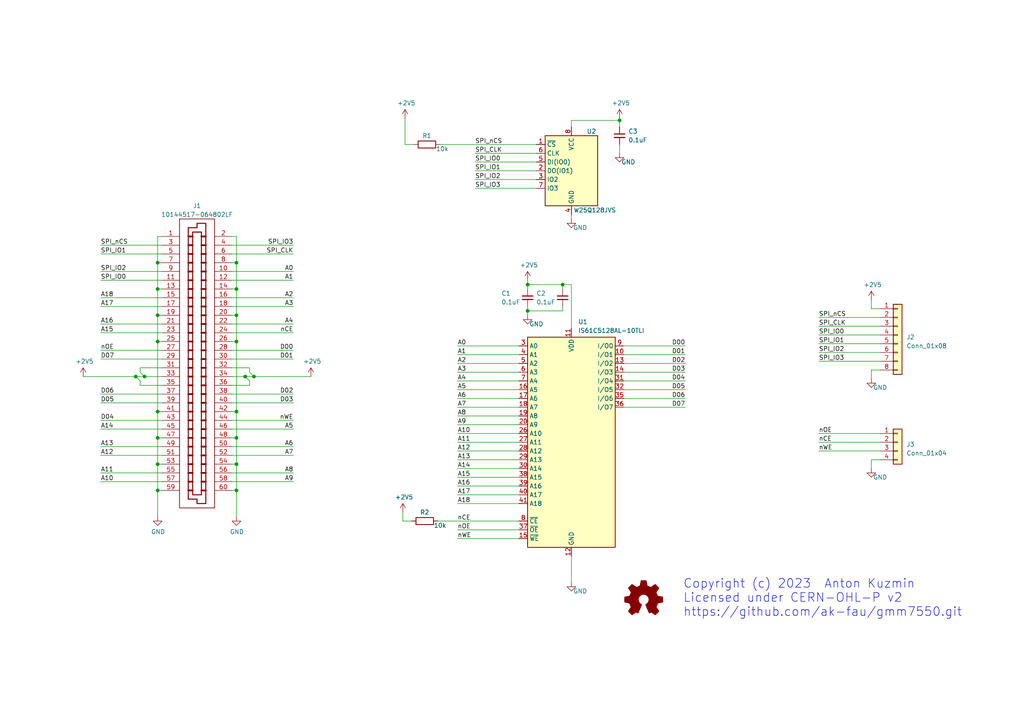
<source format=kicad_sch>
(kicad_sch (version 20230121) (generator eeschema)
  (paper "A4")
  (title_block (title "Memory (SRAM and SPI-NOR) board for GMM-7550") (date "2022-04-24") (rev "1.0"))
  (lib_symbols
    (symbol "Amphenol:10144517-061802LF" (pin_names (offset 0.762))
      (property "Reference" "J" (at -1.27 2.54 0))
      (property "Value" "10144517-061802LF" (at -2.54 0 0))
      (symbol "10144517-061802LF_0_0"
        (pin unspecified line (at -10.16 33.02 0) (length 5.08) (name "~") (number "1"))
        (pin unspecified line (at 10.16 22.86 180) (length 5.08) (name "~") (number "10"))
        (pin unspecified line (at -10.16 20.32 0) (length 5.08) (name "~") (number "11"))
        (pin unspecified line (at 10.16 20.32 180) (length 5.08) (name "~") (number "12"))
        (pin unspecified line (at -10.16 17.78 0) (length 5.08) (name "~") (number "13"))
        (pin unspecified line (at 10.16 17.78 180) (length 5.08) (name "~") (number "14"))
        (pin unspecified line (at -10.16 15.24 0) (length 5.08) (name "~") (number "15"))
        (pin unspecified line (at 10.16 15.24 180) (length 5.08) (name "~") (number "16"))
        (pin unspecified line (at -10.16 12.7 0) (length 5.08) (name "~") (number "17"))
        (pin unspecified line (at 10.16 12.7 180) (length 5.08) (name "~") (number "18"))
        (pin unspecified line (at -10.16 10.16 0) (length 5.08) (name "~") (number "19"))
        (pin unspecified line (at 10.16 33.02 180) (length 5.08) (name "~") (number "2"))
        (pin unspecified line (at 10.16 10.16 180) (length 5.08) (name "~") (number "20"))
        (pin unspecified line (at -10.16 7.62 0) (length 5.08) (name "~") (number "21"))
        (pin unspecified line (at 10.16 7.62 180) (length 5.08) (name "~") (number "22"))
        (pin unspecified line (at -10.16 5.08 0) (length 5.08) (name "~") (number "23"))
        (pin unspecified line (at 10.16 5.08 180) (length 5.08) (name "~") (number "24"))
        (pin unspecified line (at -10.16 2.54 0) (length 5.08) (name "~") (number "25"))
        (pin unspecified line (at 10.16 2.54 180) (length 5.08) (name "~") (number "26"))
        (pin unspecified line (at -10.16 0 0) (length 5.08) (name "~") (number "27"))
        (pin unspecified line (at 10.16 0 180) (length 5.08) (name "~") (number "28"))
        (pin unspecified line (at -10.16 -2.54 0) (length 5.08) (name "~") (number "29"))
        (pin unspecified line (at -10.16 30.48 0) (length 5.08) (name "~") (number "3"))
        (pin unspecified line (at 10.16 -2.54 180) (length 5.08) (name "~") (number "30"))
        (pin unspecified line (at -10.16 -5.08 0) (length 5.08) (name "~") (number "31"))
        (pin unspecified line (at 10.16 -5.08 180) (length 5.08) (name "~") (number "32"))
        (pin unspecified line (at -10.16 -7.62 0) (length 5.08) (name "~") (number "33"))
        (pin unspecified line (at 10.16 -7.62 180) (length 5.08) (name "~") (number "34"))
        (pin unspecified line (at -10.16 -10.16 0) (length 5.08) (name "~") (number "35"))
        (pin unspecified line (at 10.16 -10.16 180) (length 5.08) (name "~") (number "36"))
        (pin unspecified line (at -10.16 -12.7 0) (length 5.08) (name "~") (number "37"))
        (pin unspecified line (at 10.16 -12.7 180) (length 5.08) (name "~") (number "38"))
        (pin unspecified line (at -10.16 -15.24 0) (length 5.08) (name "~") (number "39"))
        (pin unspecified line (at 10.16 30.48 180) (length 5.08) (name "~") (number "4"))
        (pin unspecified line (at 10.16 -15.24 180) (length 5.08) (name "~") (number "40"))
        (pin unspecified line (at -10.16 -17.78 0) (length 5.08) (name "~") (number "41"))
        (pin unspecified line (at 10.16 -17.78 180) (length 5.08) (name "~") (number "42"))
        (pin unspecified line (at -10.16 -20.32 0) (length 5.08) (name "~") (number "43"))
        (pin unspecified line (at 10.16 -20.32 180) (length 5.08) (name "~") (number "44"))
        (pin unspecified line (at -10.16 -22.86 0) (length 5.08) (name "~") (number "45"))
        (pin unspecified line (at 10.16 -22.86 180) (length 5.08) (name "~") (number "46"))
        (pin unspecified line (at -10.16 -25.4 0) (length 5.08) (name "~") (number "47"))
        (pin unspecified line (at 10.16 -25.4 180) (length 5.08) (name "~") (number "48"))
        (pin unspecified line (at -10.16 -27.94 0) (length 5.08) (name "~") (number "49"))
        (pin unspecified line (at -10.16 27.94 0) (length 5.08) (name "~") (number "5"))
        (pin unspecified line (at 10.16 -27.94 180) (length 5.08) (name "~") (number "50"))
        (pin unspecified line (at -10.16 -30.48 0) (length 5.08) (name "~") (number "51"))
        (pin unspecified line (at 10.16 -30.48 180) (length 5.08) (name "~") (number "52"))
        (pin unspecified line (at -10.16 -33.02 0) (length 5.08) (name "~") (number "53"))
        (pin unspecified line (at 10.16 -33.02 180) (length 5.08) (name "~") (number "54"))
        (pin unspecified line (at -10.16 -35.56 0) (length 5.08) (name "~") (number "55"))
        (pin unspecified line (at 10.16 -35.56 180) (length 5.08) (name "~") (number "56"))
        (pin unspecified line (at -10.16 -38.1 0) (length 5.08) (name "~") (number "57"))
        (pin unspecified line (at 10.16 -38.1 180) (length 5.08) (name "~") (number "58"))
        (pin unspecified line (at -10.16 -40.64 0) (length 5.08) (name "~") (number "59"))
        (pin unspecified line (at 10.16 27.94 180) (length 5.08) (name "~") (number "6"))
        (pin unspecified line (at 10.16 -40.64 180) (length 5.08) (name "~") (number "60"))
        (pin unspecified line (at -10.16 25.4 0) (length 5.08) (name "~") (number "7"))
        (pin unspecified line (at 10.16 25.4 180) (length 5.08) (name "~") (number "8"))
        (pin unspecified line (at -10.16 22.86 0) (length 5.08) (name "~") (number "9"))
      )
      (symbol "10144517-061802LF_0_1"
        (rectangle (start -5.08 38.1) (end 5.08 -45.72) (stroke (width 0.2032)))
        (rectangle (start -1.27 34.29) (end 1.27 -41.91) (stroke (width 0.3048)))
        (polyline (pts (xy -2.54 10.16) (xy -1.27 10.16)) (stroke (width 0.508)))
        (polyline (pts (xy -2.54 12.7) (xy -1.27 12.7)) (stroke (width 0.508)))
        (polyline (pts (xy -2.54 15.24) (xy -1.27 15.24)) (stroke (width 0.508)))
        (polyline (pts (xy -2.54 17.78) (xy -1.27 17.78)) (stroke (width 0.508)))
        (polyline (pts (xy -2.54 20.32) (xy -1.27 20.32)) (stroke (width 0.508)))
        (polyline (pts (xy -2.54 22.86) (xy -1.27 22.86)) (stroke (width 0.508)))
        (polyline (pts (xy -2.54 25.4) (xy -1.27 25.4)) (stroke (width 0.508)))
        (polyline (pts (xy -2.54 27.94) (xy -1.27 27.94)) (stroke (width 0.508)))
        (polyline (pts (xy -2.54 30.48) (xy -1.27 30.48)) (stroke (width 0.508)))
        (polyline (pts (xy -2.54 33.02) (xy -1.27 33.02)) (stroke (width 0.508)))
        (polyline (pts (xy 1.27 10.16) (xy 2.54 10.16)) (stroke (width 0.508)))
        (polyline (pts (xy 1.27 12.7) (xy 2.54 12.7)) (stroke (width 0.508)))
        (polyline (pts (xy 1.27 15.24) (xy 2.54 15.24)) (stroke (width 0.508)))
        (polyline (pts (xy 1.27 17.78) (xy 2.54 17.78)) (stroke (width 0.508)))
        (polyline (pts (xy 1.27 20.32) (xy 2.54 20.32)) (stroke (width 0.508)))
        (polyline (pts (xy 1.27 22.86) (xy 2.54 22.86)) (stroke (width 0.508)))
        (polyline (pts (xy 1.27 25.4) (xy 2.54 25.4)) (stroke (width 0.508)))
        (polyline (pts (xy 1.27 27.94) (xy 2.54 27.94)) (stroke (width 0.508)))
        (polyline (pts (xy 1.27 30.48) (xy 2.54 30.48)) (stroke (width 0.508)))
        (polyline (pts (xy 1.27 33.02) (xy 2.54 33.02)) (stroke (width 0.508)))
        (polyline (pts (xy -2.54 35.56) (xy 0 35.56) (xy 0 36.83) (xy 2.54 36.83) (xy 2.54 -43.18) (xy 2.54 -44.45) (xy 0 -44.45) (xy 0 -43.18) (xy -2.54 -43.18) (xy -2.54 35.56)) (stroke (width 0.3048)))
      )
      (symbol "10144517-061802LF_1_1"
        (polyline (pts (xy -2.54 -40.64) (xy -1.27 -40.64)) (stroke (width 0.508)))
        (polyline (pts (xy -2.54 -38.1) (xy -1.27 -38.1)) (stroke (width 0.508)))
        (polyline (pts (xy -2.54 -35.56) (xy -1.27 -35.56)) (stroke (width 0.508)))
        (polyline (pts (xy -2.54 -33.02) (xy -1.27 -33.02)) (stroke (width 0.508)))
        (polyline (pts (xy -2.54 -30.48) (xy -1.27 -30.48)) (stroke (width 0.508)))
        (polyline (pts (xy -2.54 -27.94) (xy -1.27 -27.94)) (stroke (width 0.508)))
        (polyline (pts (xy -2.54 -25.4) (xy -1.27 -25.4)) (stroke (width 0.508)))
        (polyline (pts (xy -2.54 -22.86) (xy -1.27 -22.86)) (stroke (width 0.508)))
        (polyline (pts (xy -2.54 -20.32) (xy -1.27 -20.32)) (stroke (width 0.508)))
        (polyline (pts (xy -2.54 -17.78) (xy -1.27 -17.78)) (stroke (width 0.508)))
        (polyline (pts (xy -2.54 -15.24) (xy -1.27 -15.24)) (stroke (width 0.508)))
        (polyline (pts (xy -2.54 -12.7) (xy -1.27 -12.7)) (stroke (width 0.508)))
        (polyline (pts (xy -2.54 -10.16) (xy -1.27 -10.16)) (stroke (width 0.508)))
        (polyline (pts (xy -2.54 -7.62) (xy -1.27 -7.62)) (stroke (width 0.508)))
        (polyline (pts (xy -2.54 -5.08) (xy -1.27 -5.08)) (stroke (width 0.508)))
        (polyline (pts (xy -2.54 -2.54) (xy -1.27 -2.54)) (stroke (width 0.508)))
        (polyline (pts (xy -2.54 0) (xy -1.27 0)) (stroke (width 0.508)))
        (polyline (pts (xy -2.54 2.54) (xy -1.27 2.54)) (stroke (width 0.508)))
        (polyline (pts (xy -2.54 5.08) (xy -1.27 5.08)) (stroke (width 0.508)))
        (polyline (pts (xy -2.54 7.62) (xy -1.27 7.62)) (stroke (width 0.508)))
        (polyline (pts (xy 1.27 -40.64) (xy 2.54 -40.64)) (stroke (width 0.508)))
        (polyline (pts (xy 1.27 -38.1) (xy 2.54 -38.1)) (stroke (width 0.508)))
        (polyline (pts (xy 1.27 -35.56) (xy 2.54 -35.56)) (stroke (width 0.508)))
        (polyline (pts (xy 1.27 -33.02) (xy 2.54 -33.02)) (stroke (width 0.508)))
        (polyline (pts (xy 1.27 -30.48) (xy 2.54 -30.48)) (stroke (width 0.508)))
        (polyline (pts (xy 1.27 -27.94) (xy 2.54 -27.94)) (stroke (width 0.508)))
        (polyline (pts (xy 1.27 -25.4) (xy 2.54 -25.4)) (stroke (width 0.508)))
        (polyline (pts (xy 1.27 -22.86) (xy 2.54 -22.86)) (stroke (width 0.508)))
        (polyline (pts (xy 1.27 -20.32) (xy 2.54 -20.32)) (stroke (width 0.508)))
        (polyline (pts (xy 1.27 -17.78) (xy 2.54 -17.78)) (stroke (width 0.508)))
        (polyline (pts (xy 1.27 -15.24) (xy 2.54 -15.24)) (stroke (width 0.508)))
        (polyline (pts (xy 1.27 -12.7) (xy 2.54 -12.7)) (stroke (width 0.508)))
        (polyline (pts (xy 1.27 -10.16) (xy 2.54 -10.16)) (stroke (width 0.508)))
        (polyline (pts (xy 1.27 -7.62) (xy 2.54 -7.62)) (stroke (width 0.508)))
        (polyline (pts (xy 1.27 -5.08) (xy 2.54 -5.08)) (stroke (width 0.508)))
        (polyline (pts (xy 1.27 -2.54) (xy 2.54 -2.54)) (stroke (width 0.508)))
        (polyline (pts (xy 1.27 0) (xy 2.54 0)) (stroke (width 0.508)))
        (polyline (pts (xy 1.27 2.54) (xy 2.54 2.54)) (stroke (width 0.508)))
        (polyline (pts (xy 1.27 5.08) (xy 2.54 5.08)) (stroke (width 0.508)))
        (polyline (pts (xy 1.27 7.62) (xy 2.54 7.62)) (stroke (width 0.508)))
      )
    )
    (symbol "Connector_Generic:Conn_01x04" (pin_names (offset 1.016) hide)
      (property "Reference" "J" (at 0 5.08 0))
      (property "Value" "Conn_01x04" (at 0 -7.62 0))
      (symbol "Conn_01x04_1_1"
        (rectangle (start -1.27 -4.953) (end 0 -5.207) (stroke (width 0.1524)))
        (rectangle (start -1.27 -2.413) (end 0 -2.667) (stroke (width 0.1524)))
        (rectangle (start -1.27 0.127) (end 0 -0.127) (stroke (width 0.1524)))
        (rectangle (start -1.27 2.667) (end 0 2.413) (stroke (width 0.1524)))
        (rectangle (start -1.27 3.81) (end 1.27 -6.35) (stroke (width 0.254)) (fill (type background)))
        (pin passive line (at -5.08 2.54 0) (length 3.81) (name "Pin_1") (number "1"))
        (pin passive line (at -5.08 0 0) (length 3.81) (name "Pin_2") (number "2"))
        (pin passive line (at -5.08 -2.54 0) (length 3.81) (name "Pin_3") (number "3"))
        (pin passive line (at -5.08 -5.08 0) (length 3.81) (name "Pin_4") (number "4"))
      )
    )
    (symbol "Connector_Generic:Conn_01x08" (pin_names (offset 1.016) hide)
      (property "Reference" "J" (at 0 10.16 0))
      (property "Value" "Conn_01x08" (at 0 -12.7 0))
      (symbol "Conn_01x08_1_1"
        (rectangle (start -1.27 -10.033) (end 0 -10.287) (stroke (width 0.1524)))
        (rectangle (start -1.27 -7.493) (end 0 -7.747) (stroke (width 0.1524)))
        (rectangle (start -1.27 -4.953) (end 0 -5.207) (stroke (width 0.1524)))
        (rectangle (start -1.27 -2.413) (end 0 -2.667) (stroke (width 0.1524)))
        (rectangle (start -1.27 0.127) (end 0 -0.127) (stroke (width 0.1524)))
        (rectangle (start -1.27 2.667) (end 0 2.413) (stroke (width 0.1524)))
        (rectangle (start -1.27 5.207) (end 0 4.953) (stroke (width 0.1524)))
        (rectangle (start -1.27 7.747) (end 0 7.493) (stroke (width 0.1524)))
        (rectangle (start -1.27 8.89) (end 1.27 -11.43) (stroke (width 0.254)) (fill (type background)))
        (pin passive line (at -5.08 7.62 0) (length 3.81) (name "Pin_1") (number "1"))
        (pin passive line (at -5.08 5.08 0) (length 3.81) (name "Pin_2") (number "2"))
        (pin passive line (at -5.08 2.54 0) (length 3.81) (name "Pin_3") (number "3"))
        (pin passive line (at -5.08 0 0) (length 3.81) (name "Pin_4") (number "4"))
        (pin passive line (at -5.08 -2.54 0) (length 3.81) (name "Pin_5") (number "5"))
        (pin passive line (at -5.08 -5.08 0) (length 3.81) (name "Pin_6") (number "6"))
        (pin passive line (at -5.08 -7.62 0) (length 3.81) (name "Pin_7") (number "7"))
        (pin passive line (at -5.08 -10.16 0) (length 3.81) (name "Pin_8") (number "8"))
      )
    )
    (symbol "Device:C_Small" (pin_numbers hide) (pin_names (offset 0.254) hide)
      (property "Reference" "C" (at 0.254 1.778 0))
      (property "Value" "C_Small" (at 0.254 -2.032 0))
      (symbol "C_Small_0_1"
        (polyline (pts (xy -1.524 -0.508) (xy 1.524 -0.508)) (stroke (width 0.3302)))
        (polyline (pts (xy -1.524 0.508) (xy 1.524 0.508)) (stroke (width 0.3048)))
      )
      (symbol "C_Small_1_1"
        (pin passive line (at 0 2.54 270) (length 2.032) (name "~") (number "1"))
        (pin passive line (at 0 -2.54 90) (length 2.032) (name "~") (number "2"))
      )
    )
    (symbol "Device:R" (pin_numbers hide) (pin_names (offset 0))
      (property "Reference" "R" (at 2.032 0 90))
      (property "Value" "R" (at 0 0 90))
      (symbol "R_0_1"
        (rectangle (start -1.016 -2.54) (end 1.016 2.54) (stroke (width 0.254)))
      )
      (symbol "R_1_1"
        (pin passive line (at 0 3.81 270) (length 1.27) (name "~") (number "1"))
        (pin passive line (at 0 -3.81 90) (length 1.27) (name "~") (number "2"))
      )
    )
    (symbol "Graphic:Logo_Open_Hardware_Small" (pin_names (offset 1.016))
      (symbol "Logo_Open_Hardware_Small_0_1"
        (polyline (pts (xy 3.3528 -4.3434) (xy 3.302 -4.318) (xy 3.175 -4.2418) (xy 2.9972 -4.1148) (xy 2.7686 -3.9624) (xy 2.54 -3.81) (xy 2.3622 -3.7084) (xy 2.2352 -3.6068) (xy 2.1844 -3.5814) (xy 2.159 -3.6068) (xy 2.0574 -3.6576) (xy 1.905 -3.7338) (xy 1.8034 -3.7846) (xy 1.6764 -3.8354) (xy 1.6002 -3.8354) (xy 1.6002 -3.8354) (xy 1.5494 -3.7338) (xy 1.4732 -3.5306) (xy 1.3462 -3.302) (xy 1.2446 -3.0226) (xy 1.1176 -2.7178) (xy 0.9652 -2.413) (xy 0.8636 -2.1082) (xy 0.7366 -1.8288) (xy 0.6604 -1.6256) (xy 0.6096 -1.4732) (xy 0.5842 -1.397) (xy 0.5842 -1.397) (xy 0.6604 -1.3208) (xy 0.7874 -1.2446) (xy 1.0414 -1.016) (xy 1.2954 -0.6858) (xy 1.4478 -0.3302) (xy 1.524 0.0762) (xy 1.4732 0.4572) (xy 1.3208 0.8128) (xy 1.0668 1.143) (xy 0.762 1.3716) (xy 0.4064 1.524) (xy 0 1.5748) (xy -0.381 1.5494) (xy -0.7366 1.397) (xy -1.0668 1.143) (xy -1.2192 0.9906) (xy -1.397 0.6604) (xy -1.524 0.3048) (xy -1.524 0.2286) (xy -1.4986 -0.1778) (xy -1.397 -0.5334) (xy -1.1938 -0.8636) (xy -0.9144 -1.143) (xy -0.8636 -1.1684) (xy -0.7366 -1.27) (xy -0.635 -1.3462) (xy -0.5842 -1.397) (xy -1.0668 -2.5908) (xy -1.143 -2.794) (xy -1.2954 -3.1242) (xy -1.397 -3.4036) (xy -1.4986 -3.6322) (xy -1.5748 -3.7846) (xy -1.6002 -3.8354) (xy -1.6002 -3.8354) (xy -1.651 -3.8354) (xy -1.7272 -3.81) (xy -1.905 -3.7338) (xy -2.0066 -3.683) (xy -2.1336 -3.6068) (xy -2.2098 -3.5814) (xy -2.2606 -3.6068) (xy -2.3622 -3.683) (xy -2.54 -3.81) (xy -2.7686 -3.9624) (xy -2.9718 -4.0894) (xy -3.1496 -4.2164) (xy -3.302 -4.318) (xy -3.3528 -4.3434) (xy -3.3782 -4.3434) (xy -3.429 -4.318) (xy -3.5306 -4.2164) (xy -3.7084 -4.064) (xy -3.937 -3.8354) (xy -3.9624 -3.81) (xy -4.1656 -3.6068) (xy -4.318 -3.4544) (xy -4.4196 -3.3274) (xy -4.445 -3.2766) (xy -4.445 -3.2766) (xy -4.4196 -3.2258) (xy -4.318 -3.0734) (xy -4.2164 -2.8956) (xy -4.064 -2.667) (xy -3.6576 -2.0828) (xy -3.8862 -1.5494) (xy -3.937 -1.3716) (xy -4.0386 -1.1684) (xy -4.0894 -1.0414) (xy -4.1148 -0.9652) (xy -4.191 -0.9398) (xy -4.318 -0.9144) (xy -4.5466 -0.8636) (xy -4.8006 -0.8128) (xy -5.0546 -0.7874) (xy -5.2578 -0.7366) (xy -5.4356 -0.7112) (xy -5.5118 -0.6858) (xy -5.5118 -0.6858) (xy -5.5372 -0.635) (xy -5.5372 -0.5588) (xy -5.5372 -0.4318) (xy -5.5626 -0.2286) (xy -5.5626 0.0762) (xy -5.5626 0.127) (xy -5.5372 0.4064) (xy -5.5372 0.635) (xy -5.5372 0.762) (xy -5.5372 0.8382) (xy -5.5372 0.8382) (xy -5.461 0.8382) (xy -5.3086 0.889) (xy -5.08 0.9144) (xy -4.826 0.9652) (xy -4.8006 0.9906) (xy -4.5466 1.0414) (xy -4.318 1.0668) (xy -4.1656 1.1176) (xy -4.0894 1.143) (xy -4.0894 1.143) (xy -4.0386 1.2446) (xy -3.9624 1.4224) (xy -3.8608 1.6256) (xy -3.7846 1.8288) (xy -3.7084 2.0066) (xy -3.6576 2.159) (xy -3.6322 2.2098) (xy -3.6322 2.2098) (xy -3.683 2.286) (xy -3.7592 2.413) (xy -3.8862 2.5908) (xy -4.064 2.8194) (xy -4.064 2.8448) (xy -4.2164 3.0734) (xy -4.3434 3.2512) (xy -4.4196 3.3782) (xy -4.445 3.4544) (xy -4.445 3.4544) (xy -4.3942 3.5052) (xy -4.2926 3.6322) (xy -4.1148 3.81) (xy -3.937 4.0132) (xy -3.8608 4.064) (xy -3.6576 4.2926) (xy -3.5052 4.4196) (xy -3.4036 4.4958) (xy -3.3528 4.5212) (xy -3.3528 4.5212) (xy -3.302 4.4704) (xy -3.1496 4.3688) (xy -2.9718 4.2418) (xy -2.7432 4.0894) (xy -2.7178 4.0894) (xy -2.4892 3.937) (xy -2.3114 3.81) (xy -2.1844 3.7084) (xy -2.1336 3.683) (xy -2.1082 3.683) (xy -2.032 3.7084) (xy -1.8542 3.7592) (xy -1.6764 3.8354) (xy -1.4732 3.937) (xy -1.27 4.0132) (xy -1.143 4.064) (xy -1.0668 4.1148) (xy -1.0668 4.1148) (xy -1.0414 4.191) (xy -1.016 4.3434) (xy -0.9652 4.572) (xy -0.9144 4.8514) (xy -0.889 4.9022) (xy -0.8382 5.1562) (xy -0.8128 5.3848) (xy -0.7874 5.5372) (xy -0.762 5.588) (xy -0.7112 5.6134) (xy -0.5842 5.6134) (xy -0.4064 5.6134) (xy -0.1524 5.6134) (xy 0.0762 5.6134) (xy 0.3302 5.6134) (xy 0.5334 5.6134) (xy 0.6858 5.588) (xy 0.7366 5.588) (xy 0.7366 5.588) (xy 0.762 5.5118) (xy 0.8128 5.334) (xy 0.8382 5.1054) (xy 0.9144 4.826) (xy 0.9144 4.7752) (xy 0.9652 4.5212) (xy 1.016 4.2926) (xy 1.0414 4.1402) (xy 1.0668 4.0894) (xy 1.0668 4.0894) (xy 1.1938 4.0386) (xy 1.3716 3.9624) (xy 1.5748 3.8608) (xy 2.0828 3.6576) (xy 2.7178 4.0894) (xy 2.7686 4.1402) (xy 2.9972 4.2926) (xy 3.175 4.4196) (xy 3.302 4.4958) (xy 3.3782 4.5212) (xy 3.3782 4.5212) (xy 3.429 4.4704) (xy 3.556 4.3434) (xy 3.7338 4.191) (xy 3.9116 3.9878) (xy 4.064 3.8354) (xy 4.2418 3.6576) (xy 4.3434 3.556) (xy 4.4196 3.4798) (xy 4.4196 3.429) (xy 4.4196 3.4036) (xy 4.3942 3.3274) (xy 4.2926 3.2004) (xy 4.1656 2.9972) (xy 4.0132 2.794) (xy 3.8862 2.5908) (xy 3.7592 2.3876) (xy 3.6576 2.2352) (xy 3.6322 2.159) (xy 3.6322 2.1336) (xy 3.683 2.0066) (xy 3.7592 1.8288) (xy 3.8608 1.6002) (xy 4.064 1.1176) (xy 4.3942 1.0414) (xy 4.5974 1.016) (xy 4.8768 0.9652) (xy 5.1308 0.9144) (xy 5.5372 0.8382) (xy 5.5626 -0.6604) (xy 5.4864 -0.6858) (xy 5.4356 -0.6858) (xy 5.2832 -0.7366) (xy 5.0546 -0.762) (xy 4.8006 -0.8128) (xy 4.5974 -0.8636) (xy 4.3688 -0.9144) (xy 4.2164 -0.9398) (xy 4.1402 -0.9398) (xy 4.1148 -0.9652) (xy 4.064 -1.0668) (xy 3.9878 -1.2446) (xy 3.9116 -1.4478) (xy 3.81 -1.651) (xy 3.7338 -1.8542) (xy 3.683 -2.0066) (xy 3.6576 -2.0828) (xy 3.683 -2.1336) (xy 3.7846 -2.2606) (xy 3.8862 -2.4638) (xy 4.0386 -2.667) (xy 4.191 -2.8956) (xy 4.318 -3.0734) (xy 4.3942 -3.2004) (xy 4.445 -3.2766) (xy 4.4196 -3.3274) (xy 4.3434 -3.429) (xy 4.1656 -3.5814) (xy 3.937 -3.8354) (xy 3.8862 -3.8608) (xy 3.683 -4.064) (xy 3.5306 -4.2164) (xy 3.4036 -4.318) (xy 3.3528 -4.3434)) (fill (type outline)))
      )
    )
    (symbol "Memory_Flash:W25Q128JVS"
      (property "Reference" "U" (at -8.89 8.89 0))
      (property "Value" "W25Q128JVS" (at 7.62 8.89 0))
      (symbol "W25Q128JVS_0_1"
        (rectangle (start -7.62 10.16) (end 7.62 -10.16) (stroke (width 0.254)) (fill (type background)))
      )
      (symbol "W25Q128JVS_1_1"
        (pin input line (at -10.16 7.62 0) (length 2.54) (name "~{CS}") (number "1"))
        (pin bidirectional line (at -10.16 0 0) (length 2.54) (name "DO(IO1)") (number "2"))
        (pin bidirectional line (at -10.16 -2.54 0) (length 2.54) (name "IO2") (number "3"))
        (pin power_in line (at 0 -12.7 90) (length 2.54) (name "GND") (number "4"))
        (pin bidirectional line (at -10.16 2.54 0) (length 2.54) (name "DI(IO0)") (number "5"))
        (pin input line (at -10.16 5.08 0) (length 2.54) (name "CLK") (number "6"))
        (pin bidirectional line (at -10.16 -5.08 0) (length 2.54) (name "IO3") (number "7"))
        (pin power_in line (at 0 12.7 270) (length 2.54) (name "VCC") (number "8"))
      )
    )
    (symbol "Memory_RAM:IS61C5128AL-10TLI"
      (property "Reference" "U" (at -10.16 31.75 0))
      (property "Value" "IS61C5128AL-10TLI" (at 12.7 31.75 0))
      (symbol "IS61C5128AL-10TLI_0_1"
        (rectangle (start -12.7 30.48) (end 12.7 -30.48) (stroke (width 0.254)) (fill (type background)))
      )
      (symbol "IS61C5128AL-10TLI_1_1"
        (pin no_connect line (at 12.7 -27.94 180) (length 2.54) hide (name "NC") (number "1"))
        (pin bidirectional line (at 15.24 25.4 180) (length 2.54) (name "I/O1") (number "10"))
        (pin power_in line (at 0 33.02 270) (length 2.54) (name "VDD") (number "11"))
        (pin power_in line (at 0 -33.02 90) (length 2.54) (name "GND") (number "12"))
        (pin bidirectional line (at 15.24 22.86 180) (length 2.54) (name "I/O2") (number "13"))
        (pin bidirectional line (at 15.24 20.32 180) (length 2.54) (name "I/O3") (number "14"))
        (pin input line (at -15.24 -27.94 0) (length 2.54) (name "~{WE}") (number "15"))
        (pin input line (at -15.24 15.24 0) (length 2.54) (name "A5") (number "16"))
        (pin input line (at -15.24 12.7 0) (length 2.54) (name "A6") (number "17"))
        (pin input line (at -15.24 10.16 0) (length 2.54) (name "A7") (number "18"))
        (pin input line (at -15.24 7.62 0) (length 2.54) (name "A8") (number "19"))
        (pin no_connect line (at 12.7 -25.4 180) (length 2.54) hide (name "NC") (number "2"))
        (pin input line (at -15.24 5.08 0) (length 2.54) (name "A9") (number "20"))
        (pin no_connect line (at 12.7 -22.86 180) (length 2.54) hide (name "NC") (number "21"))
        (pin no_connect line (at 12.7 -20.32 180) (length 2.54) hide (name "NC") (number "22"))
        (pin no_connect line (at 12.7 -17.78 180) (length 2.54) hide (name "NC") (number "23"))
        (pin no_connect line (at 12.7 -15.24 180) (length 2.54) hide (name "NC") (number "24"))
        (pin no_connect line (at 12.7 -12.7 180) (length 2.54) hide (name "NC") (number "25"))
        (pin input line (at -15.24 2.54 0) (length 2.54) (name "A10") (number "26"))
        (pin input line (at -15.24 0 0) (length 2.54) (name "A11") (number "27"))
        (pin input line (at -15.24 -2.54 0) (length 2.54) (name "A12") (number "28"))
        (pin input line (at -15.24 -5.08 0) (length 2.54) (name "A13") (number "29"))
        (pin input line (at -15.24 27.94 0) (length 2.54) (name "A0") (number "3"))
        (pin input line (at -15.24 -7.62 0) (length 2.54) (name "A14") (number "30"))
        (pin bidirectional line (at 15.24 17.78 180) (length 2.54) (name "I/O4") (number "31"))
        (pin bidirectional line (at 15.24 15.24 180) (length 2.54) (name "I/O5") (number "32"))
        (pin passive line (at 0 33.02 270) (length 2.54) hide (name "VDD") (number "33"))
        (pin passive line (at 0 -33.02 90) (length 2.54) hide (name "GND") (number "34"))
        (pin bidirectional line (at 15.24 12.7 180) (length 2.54) (name "I/O6") (number "35"))
        (pin bidirectional line (at 15.24 10.16 180) (length 2.54) (name "I/O7") (number "36"))
        (pin input line (at -15.24 -25.4 0) (length 2.54) (name "~{OE}") (number "37"))
        (pin input line (at -15.24 -10.16 0) (length 2.54) (name "A15") (number "38"))
        (pin input line (at -15.24 -12.7 0) (length 2.54) (name "A16") (number "39"))
        (pin input line (at -15.24 25.4 0) (length 2.54) (name "A1") (number "4"))
        (pin input line (at -15.24 -15.24 0) (length 2.54) (name "A17") (number "40"))
        (pin input line (at -15.24 -17.78 0) (length 2.54) (name "A18") (number "41"))
        (pin no_connect line (at 12.7 -10.16 180) (length 2.54) hide (name "NC") (number "42"))
        (pin no_connect line (at 12.7 -7.62 180) (length 2.54) hide (name "NC") (number "43"))
        (pin no_connect line (at 12.7 -5.08 180) (length 2.54) hide (name "NC") (number "44"))
        (pin input line (at -15.24 22.86 0) (length 2.54) (name "A2") (number "5"))
        (pin input line (at -15.24 20.32 0) (length 2.54) (name "A3") (number "6"))
        (pin input line (at -15.24 17.78 0) (length 2.54) (name "A4") (number "7"))
        (pin input line (at -15.24 -22.86 0) (length 2.54) (name "~{CE}") (number "8"))
        (pin bidirectional line (at 15.24 27.94 180) (length 2.54) (name "I/O0") (number "9"))
      )
    )
    (symbol "power:+2V5" (power) (pin_names (offset 0))
      (property "Value" "+2V5" (at 0 3.556 0))
      (symbol "+2V5_0_1"
        (polyline (pts (xy -0.762 1.27) (xy 0 2.54)))
        (polyline (pts (xy 0 0) (xy 0 2.54)))
        (polyline (pts (xy 0 2.54) (xy 0.762 1.27)))
      )
      (symbol "+2V5_1_1"
        (pin power_in line (at 0 0 90) (length 0) hide (name "+2V5") (number "1"))
      )
    )
    (symbol "power:GND" (power) (pin_names (offset 0))
      (property "Value" "GND" (at 0 -3.81 0))
      (symbol "GND_0_1"
        (polyline (pts (xy 0 0) (xy 0 -1.27) (xy 1.27 -1.27) (xy 0 -2.54) (xy -1.27 -1.27) (xy 0 -1.27)))
      )
      (symbol "GND_1_1"
        (pin power_in line (at 0 0 270) (length 0) hide (name "GND") (number "1"))
      )
    )
  )
  (junction (at 41.91 109.22))
  (junction (at 68.58 119.38))
  (junction (at 45.72 83.82))
  (junction (at 45.72 142.24))
  (junction (at 68.58 127))
  (junction (at 68.58 142.24))
  (junction (at 68.58 83.82))
  (junction (at 45.72 91.44))
  (junction (at 39.37 109.22))
  (junction (at 153.035 90.17))
  (junction (at 68.58 76.2))
  (junction (at 179.705 34.925))
  (junction (at 153.035 82.55))
  (junction (at 73.66 109.22))
  (junction (at 45.72 127))
  (junction (at 68.58 91.44))
  (junction (at 68.58 134.62))
  (junction (at 45.72 119.38))
  (junction (at 71.12 109.22))
  (junction (at 68.58 99.06))
  (junction (at 163.195 82.55))
  (junction (at 45.72 134.62))
  (junction (at 45.72 76.2))
  (junction (at 45.72 99.06))
  (wire (pts (xy 45.72 142.24) (xy 45.72 149.86)))
  (wire (pts (xy 116.84 151.13) (xy 119.38 151.13)))
  (wire (pts (xy 153.035 82.55) (xy 153.035 83.82)))
  (wire (pts (xy 237.49 128.27) (xy 255.27 128.27)))
  (wire (pts (xy 67.31 104.14) (xy 85.09 104.14)))
  (wire (pts (xy 163.195 82.55) (xy 163.195 83.82)))
  (wire (pts (xy 68.58 83.82) (xy 68.58 91.44)))
  (wire (pts (xy 132.715 133.35) (xy 150.495 133.35)))
  (wire (pts (xy 29.21 104.14) (xy 46.99 104.14)))
  (wire (pts (xy 180.975 118.11) (xy 198.755 118.11)))
  (wire (pts (xy 67.31 124.46) (xy 85.09 124.46)))
  (wire (pts (xy 67.31 134.62) (xy 68.58 134.62)))
  (wire (pts (xy 67.31 73.66) (xy 85.09 73.66)))
  (wire (pts (xy 180.975 113.03) (xy 198.755 113.03)))
  (wire (pts (xy 67.31 142.24) (xy 68.58 142.24)))
  (wire (pts (xy 163.195 82.55) (xy 165.735 82.55)))
  (wire (pts (xy 165.735 161.29) (xy 165.735 168.91)))
  (wire (pts (xy 46.99 83.82) (xy 45.72 83.82)))
  (wire (pts (xy 237.49 130.81) (xy 255.27 130.81)))
  (wire (pts (xy 46.99 91.44) (xy 45.72 91.44)))
  (wire (pts (xy 132.715 107.95) (xy 150.495 107.95)))
  (wire (pts (xy 132.715 120.65) (xy 150.495 120.65)))
  (wire (pts (xy 29.21 88.9) (xy 46.99 88.9)))
  (wire (pts (xy 46.99 119.38) (xy 45.72 119.38)))
  (wire (pts (xy 67.31 139.7) (xy 85.09 139.7)))
  (wire (pts (xy 68.58 68.58) (xy 68.58 76.2)))
  (wire (pts (xy 127 151.13) (xy 150.495 151.13)))
  (wire (pts (xy 67.31 76.2) (xy 68.58 76.2)))
  (wire (pts (xy 127.635 41.91) (xy 155.575 41.91)))
  (wire (pts (xy 132.715 143.51) (xy 150.495 143.51)))
  (wire (pts (xy 153.035 81.28) (xy 153.035 82.55)))
  (wire (pts (xy 237.49 102.235) (xy 255.27 102.235)))
  (wire (pts (xy 40.64 106.68) (xy 40.64 107.95)))
  (wire (pts (xy 85.09 116.84) (xy 67.31 116.84)))
  (wire (pts (xy 68.58 142.24) (xy 68.58 149.86)))
  (wire (pts (xy 29.21 129.54) (xy 46.99 129.54)))
  (wire (pts (xy 237.49 99.695) (xy 255.27 99.695)))
  (wire (pts (xy 132.715 100.33) (xy 150.495 100.33)))
  (wire (pts (xy 179.705 34.29) (xy 179.705 34.925)))
  (wire (pts (xy 45.72 76.2) (xy 45.72 83.82)))
  (wire (pts (xy 45.72 134.62) (xy 45.72 142.24)))
  (wire (pts (xy 46.99 116.84) (xy 29.21 116.84)))
  (wire (pts (xy 29.21 73.66) (xy 46.99 73.66)))
  (wire (pts (xy 132.715 113.03) (xy 150.495 113.03)))
  (wire (pts (xy 132.715 138.43) (xy 150.495 138.43)))
  (wire (pts (xy 237.49 92.075) (xy 255.27 92.075)))
  (wire (pts (xy 29.21 114.3) (xy 46.99 114.3)))
  (wire (pts (xy 68.58 127) (xy 68.58 134.62)))
  (wire (pts (xy 29.21 124.46) (xy 46.99 124.46)))
  (wire (pts (xy 67.31 91.44) (xy 68.58 91.44)))
  (wire (pts (xy 237.49 94.615) (xy 255.27 94.615)))
  (wire (pts (xy 180.975 102.87) (xy 198.755 102.87)))
  (wire (pts (xy 165.735 36.83) (xy 165.735 34.925)))
  (wire (pts (xy 67.31 88.9) (xy 85.09 88.9)))
  (wire (pts (xy 46.99 134.62) (xy 45.72 134.62)))
  (wire (pts (xy 73.66 109.22) (xy 90.17 109.22)))
  (wire (pts (xy 29.21 86.36) (xy 46.99 86.36)))
  (wire (pts (xy 45.72 91.44) (xy 45.72 99.06)))
  (wire (pts (xy 45.72 68.58) (xy 45.72 76.2)))
  (wire (pts (xy 29.21 71.12) (xy 46.99 71.12)))
  (wire (pts (xy 29.21 132.08) (xy 46.99 132.08)))
  (wire (pts (xy 29.21 96.52) (xy 46.99 96.52)))
  (wire (pts (xy 132.715 156.21) (xy 150.495 156.21)))
  (wire (pts (xy 67.31 68.58) (xy 68.58 68.58)))
  (wire (pts (xy 46.99 68.58) (xy 45.72 68.58)))
  (wire (pts (xy 132.715 130.81) (xy 150.495 130.81)))
  (wire (pts (xy 137.795 49.53) (xy 155.575 49.53)))
  (wire (pts (xy 40.64 111.76) (xy 40.64 110.49)))
  (wire (pts (xy 40.64 111.76) (xy 46.99 111.76)))
  (wire (pts (xy 67.31 78.74) (xy 85.09 78.74)))
  (wire (pts (xy 67.31 111.76) (xy 72.39 111.76)))
  (wire (pts (xy 180.975 100.33) (xy 198.755 100.33)))
  (wire (pts (xy 132.715 153.67) (xy 150.495 153.67)))
  (wire (pts (xy 29.21 121.92) (xy 46.99 121.92)))
  (wire (pts (xy 68.58 76.2) (xy 68.58 83.82)))
  (wire (pts (xy 29.21 137.16) (xy 46.99 137.16)))
  (wire (pts (xy 163.195 90.17) (xy 153.035 90.17)))
  (wire (pts (xy 46.99 127) (xy 45.72 127)))
  (wire (pts (xy 67.31 127) (xy 68.58 127)))
  (wire (pts (xy 132.715 135.89) (xy 150.495 135.89)))
  (wire (pts (xy 179.705 34.925) (xy 179.705 36.83)))
  (wire (pts (xy 132.715 128.27) (xy 150.495 128.27)))
  (wire (pts (xy 252.73 86.995) (xy 252.73 89.535)))
  (wire (pts (xy 132.715 110.49) (xy 150.495 110.49)))
  (wire (pts (xy 132.715 123.19) (xy 150.495 123.19)))
  (wire (pts (xy 29.21 101.6) (xy 46.99 101.6)))
  (wire (pts (xy 179.705 41.91) (xy 179.705 44.45)))
  (wire (pts (xy 68.58 99.06) (xy 68.58 119.38)))
  (wire (pts (xy 67.31 119.38) (xy 68.58 119.38)))
  (wire (pts (xy 137.795 52.07) (xy 155.575 52.07)))
  (wire (pts (xy 67.31 83.82) (xy 68.58 83.82)))
  (wire (pts (xy 40.64 110.49) (xy 39.37 109.22)))
  (wire (pts (xy 252.73 107.315) (xy 255.27 107.315)))
  (wire (pts (xy 252.73 89.535) (xy 255.27 89.535)))
  (wire (pts (xy 67.31 114.3) (xy 85.09 114.3)))
  (wire (pts (xy 45.72 83.82) (xy 45.72 91.44)))
  (wire (pts (xy 132.715 118.11) (xy 150.495 118.11)))
  (wire (pts (xy 67.31 101.6) (xy 85.09 101.6)))
  (wire (pts (xy 252.73 107.315) (xy 252.73 109.855)))
  (wire (pts (xy 67.31 86.36) (xy 85.09 86.36)))
  (wire (pts (xy 180.975 110.49) (xy 198.755 110.49)))
  (wire (pts (xy 72.39 110.49) (xy 71.12 109.22)))
  (wire (pts (xy 137.795 54.61) (xy 155.575 54.61)))
  (wire (pts (xy 252.73 133.35) (xy 252.73 135.89)))
  (wire (pts (xy 67.31 99.06) (xy 68.58 99.06)))
  (wire (pts (xy 46.99 76.2) (xy 45.72 76.2)))
  (wire (pts (xy 117.475 41.91) (xy 120.015 41.91)))
  (wire (pts (xy 132.715 102.87) (xy 150.495 102.87)))
  (wire (pts (xy 67.31 109.22) (xy 71.12 109.22)))
  (wire (pts (xy 29.21 139.7) (xy 46.99 139.7)))
  (wire (pts (xy 165.735 82.55) (xy 165.735 95.25)))
  (wire (pts (xy 132.715 140.97) (xy 150.495 140.97)))
  (wire (pts (xy 153.035 88.9) (xy 153.035 90.17)))
  (wire (pts (xy 39.37 109.22) (xy 41.91 109.22)))
  (wire (pts (xy 68.58 119.38) (xy 68.58 127)))
  (wire (pts (xy 132.715 125.73) (xy 150.495 125.73)))
  (wire (pts (xy 46.99 99.06) (xy 45.72 99.06)))
  (wire (pts (xy 165.735 62.23) (xy 165.735 63.5)))
  (wire (pts (xy 29.21 81.28) (xy 46.99 81.28)))
  (wire (pts (xy 41.91 109.22) (xy 46.99 109.22)))
  (wire (pts (xy 67.31 71.12) (xy 85.09 71.12)))
  (wire (pts (xy 72.39 106.68) (xy 72.39 107.95)))
  (wire (pts (xy 180.975 115.57) (xy 198.755 115.57)))
  (wire (pts (xy 153.035 90.17) (xy 153.035 91.44)))
  (wire (pts (xy 132.715 115.57) (xy 150.495 115.57)))
  (wire (pts (xy 67.31 137.16) (xy 85.09 137.16)))
  (wire (pts (xy 45.72 127) (xy 45.72 134.62)))
  (wire (pts (xy 237.49 104.775) (xy 255.27 104.775)))
  (wire (pts (xy 67.31 106.68) (xy 72.39 106.68)))
  (wire (pts (xy 163.195 88.9) (xy 163.195 90.17)))
  (wire (pts (xy 67.31 121.92) (xy 85.09 121.92)))
  (wire (pts (xy 46.99 142.24) (xy 45.72 142.24)))
  (wire (pts (xy 85.09 81.28) (xy 67.31 81.28)))
  (wire (pts (xy 153.035 82.55) (xy 163.195 82.55)))
  (wire (pts (xy 40.64 106.68) (xy 46.99 106.68)))
  (wire (pts (xy 237.49 97.155) (xy 255.27 97.155)))
  (wire (pts (xy 116.84 148.59) (xy 116.84 151.13)))
  (wire (pts (xy 117.475 34.29) (xy 117.475 41.91)))
  (wire (pts (xy 29.21 93.98) (xy 46.99 93.98)))
  (wire (pts (xy 72.39 107.95) (xy 73.66 109.22)))
  (wire (pts (xy 68.58 91.44) (xy 68.58 99.06)))
  (wire (pts (xy 180.975 105.41) (xy 198.755 105.41)))
  (wire (pts (xy 252.73 133.35) (xy 255.27 133.35)))
  (wire (pts (xy 72.39 111.76) (xy 72.39 110.49)))
  (wire (pts (xy 132.715 105.41) (xy 150.495 105.41)))
  (wire (pts (xy 71.12 109.22) (xy 73.66 109.22)))
  (wire (pts (xy 137.795 46.99) (xy 155.575 46.99)))
  (wire (pts (xy 137.795 44.45) (xy 155.575 44.45)))
  (wire (pts (xy 67.31 93.98) (xy 85.09 93.98)))
  (wire (pts (xy 68.58 134.62) (xy 68.58 142.24)))
  (wire (pts (xy 237.49 125.73) (xy 255.27 125.73)))
  (wire (pts (xy 180.975 107.95) (xy 198.755 107.95)))
  (wire (pts (xy 165.735 34.925) (xy 179.705 34.925)))
  (wire (pts (xy 40.64 107.95) (xy 41.91 109.22)))
  (wire (pts (xy 67.31 129.54) (xy 85.09 129.54)))
  (wire (pts (xy 45.72 119.38) (xy 45.72 127)))
  (wire (pts (xy 24.13 109.22) (xy 39.37 109.22)))
  (wire (pts (xy 132.715 146.05) (xy 150.495 146.05)))
  (wire (pts (xy 45.72 99.06) (xy 45.72 119.38)))
  (wire (pts (xy 85.09 132.08) (xy 67.31 132.08)))
  (wire (pts (xy 29.21 78.74) (xy 46.99 78.74)))
  (wire (pts (xy 85.09 96.52) (xy 67.31 96.52)))
  (text "Copyright (c) 2023  Anton Kuzmin\nLicensed under CERN-OHL-P v2\nhttps://github.com/ak-fau/gmm7550.git" (at 198.12 179.07 0) (effects (font (size 2.54 2.54)) (justify left bottom)))
  (label "A16" (at 29.21 93.98 0))
  (label "SPI_nCS" (at 237.49 92.075 0))
  (label "D01" (at 85.09 104.14 180))
  (label "A16" (at 132.715 140.97 0))
  (label "SPI_IO0" (at 137.795 46.99 0))
  (label "A18" (at 132.715 146.05 0))
  (label "A17" (at 132.715 143.51 0))
  (label "SPI_IO1" (at 29.21 73.66 0))
  (label "A5" (at 85.09 124.46 180))
  (label "D03" (at 85.09 116.84 180))
  (label "A10" (at 132.715 125.73 0))
  (label "nWE" (at 132.715 156.21 0))
  (label "A11" (at 132.715 128.27 0))
  (label "A2" (at 85.09 86.36 180))
  (label "A7" (at 132.715 118.11 0))
  (label "SPI_IO3" (at 237.49 104.775 0))
  (label "SPI_nCS" (at 29.21 71.12 0))
  (label "A0" (at 132.715 100.33 0))
  (label "D04" (at 198.755 110.49 180))
  (label "D05" (at 198.755 113.03 180))
  (label "SPI_IO0" (at 29.21 81.28 0))
  (label "D01" (at 198.755 102.87 180))
  (label "A15" (at 29.21 96.52 0))
  (label "nCE" (at 85.09 96.52 180))
  (label "SPI_IO3" (at 85.09 71.12 180))
  (label "A11" (at 29.21 137.16 0))
  (label "A17" (at 29.21 88.9 0))
  (label "D06" (at 198.755 115.57 180))
  (label "D00" (at 85.09 101.6 180))
  (label "D03" (at 198.755 107.95 180))
  (label "A1" (at 132.715 102.87 0))
  (label "nOE" (at 237.49 125.73 0))
  (label "A14" (at 132.715 135.89 0))
  (label "D06" (at 29.21 114.3 0))
  (label "D07" (at 29.21 104.14 0))
  (label "D07" (at 198.755 118.11 180))
  (label "A4" (at 132.715 110.49 0))
  (label "A2" (at 132.715 105.41 0))
  (label "A6" (at 132.715 115.57 0))
  (label "A15" (at 132.715 138.43 0))
  (label "SPI_IO2" (at 137.795 52.07 0))
  (label "nWE" (at 85.09 121.92 180))
  (label "D04" (at 29.21 121.92 0))
  (label "D02" (at 85.09 114.3 180))
  (label "A8" (at 85.09 137.16 180))
  (label "A13" (at 29.21 129.54 0))
  (label "A12" (at 29.21 132.08 0))
  (label "SPI_IO2" (at 237.49 102.235 0))
  (label "A9" (at 85.09 139.7 180))
  (label "A8" (at 132.715 120.65 0))
  (label "nOE" (at 132.715 153.67 0))
  (label "A0" (at 85.09 78.74 180))
  (label "A12" (at 132.715 130.81 0))
  (label "A4" (at 85.09 93.98 180))
  (label "A1" (at 85.09 81.28 180))
  (label "SPI_nCS" (at 137.795 41.91 0))
  (label "SPI_IO1" (at 137.795 49.53 0))
  (label "nWE" (at 237.49 130.81 0))
  (label "SPI_IO3" (at 137.795 54.61 0))
  (label "A7" (at 85.09 132.08 180))
  (label "A9" (at 132.715 123.19 0))
  (label "nCE" (at 132.715 151.13 0))
  (label "A3" (at 85.09 88.9 180))
  (label "A10" (at 29.21 139.7 0))
  (label "D02" (at 198.755 105.41 180))
  (label "D05" (at 29.21 116.84 0))
  (label "SPI_CLK" (at 237.49 94.615 0))
  (label "SPI_CLK" (at 137.795 44.45 0))
  (label "nOE" (at 29.21 101.6 0))
  (label "A18" (at 29.21 86.36 0))
  (label "SPI_CLK" (at 85.09 73.66 180))
  (label "SPI_IO2" (at 29.21 78.74 0))
  (label "SPI_IO0" (at 237.49 97.155 0))
  (label "A6" (at 85.09 129.54 180))
  (label "nCE" (at 237.49 128.27 0))
  (label "A3" (at 132.715 107.95 0))
  (label "D00" (at 198.755 100.33 180))
  (label "A5" (at 132.715 113.03 0))
  (label "SPI_IO1" (at 237.49 99.695 0))
  (label "A13" (at 132.715 133.35 0))
  (label "A14" (at 29.21 124.46 0))
  (symbol (lib_id "power:GND") (at 68.58 149.86 0) (unit 1)
    (property "Reference" "#PWR037" (effects hide))
    (property "Value" "GND" (at 68.707 154.2542 0))
  )
  (symbol (lib_id "power:GND") (at 252.73 135.89 0) (unit 1)
    (property "Reference" "#PWR05" (effects hide))
    (property "Value" "GND" (at 255.27 138.43 0))
  )
  (symbol (lib_id "Device:C_Small") (at 163.195 86.36 0) (unit 1)
    (property "Reference" "C2" (at 155.575 85.09 0) (effects (justify left)))
    (property "Value" "0.1uF" (at 155.575 87.63 0) (effects (justify left)))
    (property "Footprint" "Capacitor_SMD:C_0603_1608Metric" (effects hide))
  )
  (symbol (lib_id "Device:R") (at 123.825 41.91 90) (unit 1)
    (property "Reference" "R1" (at 123.825 39.37 90))
    (property "Value" "10k" (at 128.27 43.18 90))
    (property "Footprint" "Resistor_SMD:R_0603_1608Metric" (effects hide))
  )
  (symbol (lib_id "power:GND") (at 45.72 149.86 0) (unit 1)
    (property "Reference" "#PWR036" (effects hide))
    (property "Value" "GND" (at 45.847 154.2542 0))
  )
  (symbol (lib_id "power:+2V5") (at 179.705 34.29 0) (unit 1)
    (property "Reference" "#PWR01" (effects hide))
    (property "Value" "+2V5" (at 180.086 29.8958 0))
  )
  (symbol (lib_id "Device:C_Small") (at 153.035 86.36 0) (unit 1)
    (property "Reference" "C1" (at 145.415 85.09 0) (effects (justify left)))
    (property "Value" "0.1uF" (at 145.415 87.63 0) (effects (justify left)))
    (property "Footprint" "Capacitor_SMD:C_0603_1608Metric" (effects hide))
  )
  (symbol (lib_id "power:GND") (at 179.705 44.45 0) (unit 1)
    (property "Reference" "#PWR02" (effects hide))
    (property "Value" "GND" (at 182.245 46.99 0))
  )
  (symbol (lib_id "power:+2V5") (at 117.475 34.29 0) (unit 1)
    (property "Reference" "#PWR04" (effects hide))
    (property "Value" "+2V5" (at 117.856 29.8958 0))
  )
  (symbol (lib_id "Graphic:Logo_Open_Hardware_Small") (at 186.69 173.99 0) (unit 1)
    (property "Reference" "#LOGO3" (effects hide))
    (property "Value" "Logo_Open_Hardware_Small" (effects hide))
  )
  (symbol (lib_id "power:+2V5") (at 153.035 81.28 0) (unit 1)
    (property "Reference" "#PWR0101" (effects hide))
    (property "Value" "+2V5" (at 153.416 76.8858 0))
  )
  (symbol (lib_id "Memory_Flash:W25Q128JVS") (at 165.735 49.53 0) (unit 1)
    (property "Reference" "U2" (at 170.18 38.1 0) (effects (justify left)))
    (property "Value" "W25Q128JVS" (at 166.37 60.96 0) (effects (justify left)))
    (property "Footprint" "Package_SO:SOIC-8_5.23x5.23mm_P1.27mm" (effects hide))
    (property "Datasheet" "http://www.winbond.com/resource-files/w25q128jv_dtr%20revc%2003272018%20plus.pdf" (effects hide))
  )
  (symbol (lib_id "power:+2V5") (at 252.73 86.995 0) (unit 1)
    (property "Reference" "#PWR09" (effects hide))
    (property "Value" "+2V5" (at 253.111 82.6008 0))
  )
  (symbol (lib_id "Connector_Generic:Conn_01x08") (at 260.35 97.155 0) (unit 1)
    (property "Reference" "J2" (at 262.89 97.79 0) (effects (justify left)))
    (property "Value" "Conn_01x08" (at 262.89 100.33 0) (effects (justify left)))
    (property "Footprint" "Connector_PinHeader_2.54mm:PinHeader_1x08_P2.54mm_Vertical" (effects hide))
  )
  (symbol (lib_id "power:GND") (at 165.735 168.91 0) (unit 1)
    (property "Reference" "#PWR0102" (effects hide))
    (property "Value" "GND" (at 168.275 171.45 0))
  )
  (symbol (lib_id "power:GND") (at 153.035 91.44 0) (unit 1)
    (property "Reference" "#PWR0115" (effects hide))
    (property "Value" "GND" (at 155.575 93.98 0))
  )
  (symbol (lib_id "power:+2V5") (at 90.17 109.22 0) (unit 1)
    (property "Reference" "#PWR038" (effects hide))
    (property "Value" "+2V5" (at 90.551 104.8258 0))
  )
  (symbol (lib_id "power:+2V5") (at 24.13 109.22 0) (unit 1)
    (property "Reference" "#PWR035" (effects hide))
    (property "Value" "+2V5" (at 24.511 104.8258 0))
  )
  (symbol (lib_id "power:GND") (at 252.73 109.855 0) (unit 1)
    (property "Reference" "#PWR08" (effects hide))
    (property "Value" "GND" (at 255.27 112.395 0))
  )
  (symbol (lib_id "power:+2V5") (at 116.84 148.59 0) (unit 1)
    (property "Reference" "#PWR010" (effects hide))
    (property "Value" "+2V5" (at 117.221 144.1958 0))
  )
  (symbol (lib_id "Amphenol:10144517-061802LF") (at 57.15 101.6 0) (unit 1)
    (property "Reference" "J1" (at 57.15 59.69 0))
    (property "Value" "10144517-064802LF" (at 57.15 62.23 0))
    (property "Footprint" "Amphenol:10144517-061802LF" (effects hide))
  )
  (symbol (lib_id "Device:R") (at 123.19 151.13 90) (unit 1)
    (property "Reference" "R2" (at 123.19 148.59 90))
    (property "Value" "10k" (at 127.635 152.4 90))
    (property "Footprint" "Resistor_SMD:R_0603_1608Metric" (effects hide))
  )
  (symbol (lib_id "power:GND") (at 165.735 63.5 0) (unit 1)
    (property "Reference" "#PWR03" (effects hide))
    (property "Value" "GND" (at 168.275 66.04 0))
  )
  (symbol (lib_id "Memory_RAM:IS61C5128AL-10TLI") (at 165.735 128.27 0) (unit 1)
    (property "Reference" "U1" (at 167.6909 93.345 0) (effects (justify left)))
    (property "Value" "IS61C5128AL-10TLI" (at 167.6909 95.885 0) (effects (justify left)))
    (property "Footprint" "Package_SO:TSOP-II-44_10.16x18.41mm_P0.8mm" (effects hide))
    (property "Datasheet" "http://www.issi.com/WW/pdf/61-64C5128AL.pdf" (effects hide))
  )
  (symbol (lib_id "Connector_Generic:Conn_01x04") (at 260.35 128.27 0) (unit 1)
    (property "Reference" "J3" (at 262.89 128.905 0) (effects (justify left)))
    (property "Value" "Conn_01x04" (at 262.89 131.445 0) (effects (justify left)))
    (property "Footprint" "Connector_PinHeader_2.54mm:PinHeader_1x04_P2.54mm_Vertical" (effects hide))
  )
  (symbol (lib_id "Device:C_Small") (at 179.705 39.37 0) (unit 1)
    (property "Reference" "C3" (at 182.245 38.1 0) (effects (justify left)))
    (property "Value" "0.1uF" (at 182.245 40.64 0) (effects (justify left)))
    (property "Footprint" "Capacitor_SMD:C_0603_1608Metric" (effects hide))
  )
)
</source>
